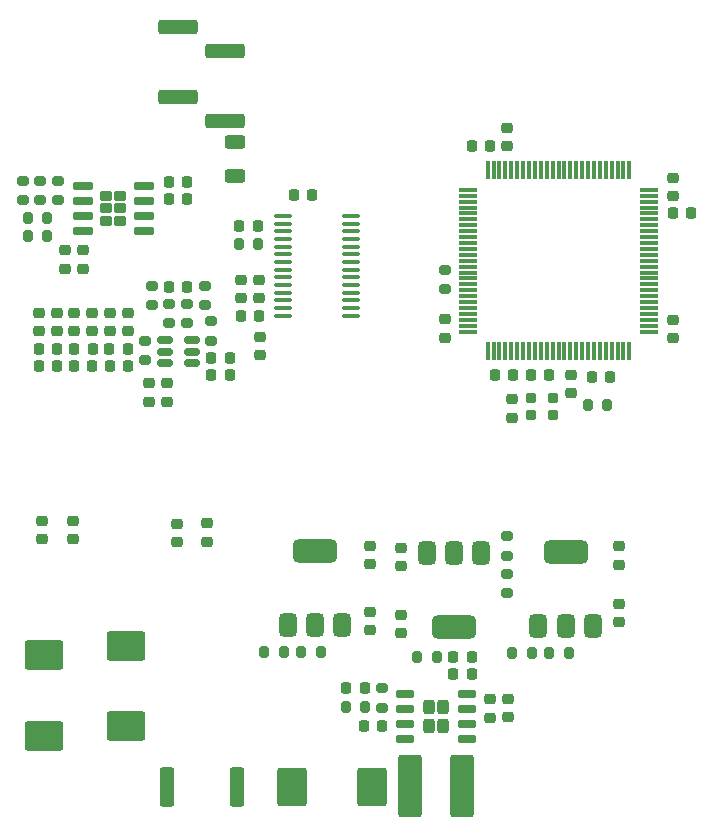
<source format=gbr>
%TF.GenerationSoftware,KiCad,Pcbnew,9.0.0-rc1-459-gb92bef8eee*%
%TF.CreationDate,2025-02-18T20:32:15+01:00*%
%TF.ProjectId,AWG101,41574731-3031-42e6-9b69-6361645f7063,rev?*%
%TF.SameCoordinates,Original*%
%TF.FileFunction,Paste,Top*%
%TF.FilePolarity,Positive*%
%FSLAX46Y46*%
G04 Gerber Fmt 4.6, Leading zero omitted, Abs format (unit mm)*
G04 Created by KiCad (PCBNEW 9.0.0-rc1-459-gb92bef8eee) date 2025-02-18 20:32:15*
%MOMM*%
%LPD*%
G01*
G04 APERTURE LIST*
G04 Aperture macros list*
%AMRoundRect*
0 Rectangle with rounded corners*
0 $1 Rounding radius*
0 $2 $3 $4 $5 $6 $7 $8 $9 X,Y pos of 4 corners*
0 Add a 4 corners polygon primitive as box body*
4,1,4,$2,$3,$4,$5,$6,$7,$8,$9,$2,$3,0*
0 Add four circle primitives for the rounded corners*
1,1,$1+$1,$2,$3*
1,1,$1+$1,$4,$5*
1,1,$1+$1,$6,$7*
1,1,$1+$1,$8,$9*
0 Add four rect primitives between the rounded corners*
20,1,$1+$1,$2,$3,$4,$5,0*
20,1,$1+$1,$4,$5,$6,$7,0*
20,1,$1+$1,$6,$7,$8,$9,0*
20,1,$1+$1,$8,$9,$2,$3,0*%
G04 Aperture macros list end*
%ADD10RoundRect,0.200000X0.200000X0.275000X-0.200000X0.275000X-0.200000X-0.275000X0.200000X-0.275000X0*%
%ADD11RoundRect,0.100000X0.637500X0.100000X-0.637500X0.100000X-0.637500X-0.100000X0.637500X-0.100000X0*%
%ADD12RoundRect,0.150000X-0.737500X-0.150000X0.737500X-0.150000X0.737500X0.150000X-0.737500X0.150000X0*%
%ADD13RoundRect,0.222500X-0.297500X-0.222500X0.297500X-0.222500X0.297500X0.222500X-0.297500X0.222500X0*%
%ADD14RoundRect,0.150000X0.650000X0.150000X-0.650000X0.150000X-0.650000X-0.150000X0.650000X-0.150000X0*%
%ADD15RoundRect,0.242500X0.242500X0.382500X-0.242500X0.382500X-0.242500X-0.382500X0.242500X-0.382500X0*%
%ADD16RoundRect,0.250000X-0.625000X0.312500X-0.625000X-0.312500X0.625000X-0.312500X0.625000X0.312500X0*%
%ADD17RoundRect,0.200000X-0.275000X0.200000X-0.275000X-0.200000X0.275000X-0.200000X0.275000X0.200000X0*%
%ADD18RoundRect,0.250000X-1.425000X0.362500X-1.425000X-0.362500X1.425000X-0.362500X1.425000X0.362500X0*%
%ADD19RoundRect,0.225000X-0.225000X-0.250000X0.225000X-0.250000X0.225000X0.250000X-0.225000X0.250000X0*%
%ADD20RoundRect,0.225000X-0.250000X0.225000X-0.250000X-0.225000X0.250000X-0.225000X0.250000X0.225000X0*%
%ADD21RoundRect,0.225000X0.250000X-0.225000X0.250000X0.225000X-0.250000X0.225000X-0.250000X-0.225000X0*%
%ADD22RoundRect,0.225000X0.225000X0.250000X-0.225000X0.250000X-0.225000X-0.250000X0.225000X-0.250000X0*%
%ADD23RoundRect,0.218750X0.218750X0.256250X-0.218750X0.256250X-0.218750X-0.256250X0.218750X-0.256250X0*%
%ADD24RoundRect,0.200000X-0.200000X-0.275000X0.200000X-0.275000X0.200000X0.275000X-0.200000X0.275000X0*%
%ADD25RoundRect,0.250000X1.000000X-1.400000X1.000000X1.400000X-1.000000X1.400000X-1.000000X-1.400000X0*%
%ADD26RoundRect,0.200000X0.275000X-0.200000X0.275000X0.200000X-0.275000X0.200000X-0.275000X-0.200000X0*%
%ADD27RoundRect,0.250000X0.362500X1.425000X-0.362500X1.425000X-0.362500X-1.425000X0.362500X-1.425000X0*%
%ADD28RoundRect,0.250000X-1.400000X-1.000000X1.400000X-1.000000X1.400000X1.000000X-1.400000X1.000000X0*%
%ADD29RoundRect,0.200000X0.250000X-0.200000X0.250000X0.200000X-0.250000X0.200000X-0.250000X-0.200000X0*%
%ADD30RoundRect,0.375000X-0.375000X0.625000X-0.375000X-0.625000X0.375000X-0.625000X0.375000X0.625000X0*%
%ADD31RoundRect,0.500000X-1.400000X0.500000X-1.400000X-0.500000X1.400000X-0.500000X1.400000X0.500000X0*%
%ADD32RoundRect,0.250000X1.400000X1.000000X-1.400000X1.000000X-1.400000X-1.000000X1.400000X-1.000000X0*%
%ADD33RoundRect,0.150000X0.512500X0.150000X-0.512500X0.150000X-0.512500X-0.150000X0.512500X-0.150000X0*%
%ADD34RoundRect,0.375000X0.375000X-0.625000X0.375000X0.625000X-0.375000X0.625000X-0.375000X-0.625000X0*%
%ADD35RoundRect,0.500000X1.400000X-0.500000X1.400000X0.500000X-1.400000X0.500000X-1.400000X-0.500000X0*%
%ADD36RoundRect,0.250000X1.425000X-0.362500X1.425000X0.362500X-1.425000X0.362500X-1.425000X-0.362500X0*%
%ADD37RoundRect,0.307500X-0.717500X2.342500X-0.717500X-2.342500X0.717500X-2.342500X0.717500X2.342500X0*%
%ADD38RoundRect,0.218750X-0.218750X-0.256250X0.218750X-0.256250X0.218750X0.256250X-0.218750X0.256250X0*%
%ADD39RoundRect,0.075000X0.075000X-0.725000X0.075000X0.725000X-0.075000X0.725000X-0.075000X-0.725000X0*%
%ADD40RoundRect,0.075000X0.725000X-0.075000X0.725000X0.075000X-0.725000X0.075000X-0.725000X-0.075000X0*%
G04 APERTURE END LIST*
D10*
%TO.C,R7*%
X81325000Y-130000000D03*
X79675000Y-130000000D03*
%TD*%
D11*
%TO.C,U3*%
X53875000Y-122450000D03*
X53875000Y-121800000D03*
X53875000Y-121150000D03*
X53875000Y-120500000D03*
X53875000Y-119850000D03*
X53875000Y-119200000D03*
X53875000Y-118550000D03*
X53875000Y-117900000D03*
X53875000Y-117250000D03*
X53875000Y-116600000D03*
X53875000Y-115950000D03*
X53875000Y-115300000D03*
X53875000Y-114650000D03*
X53875000Y-114000000D03*
X59600000Y-114000000D03*
X59600000Y-114650000D03*
X59600000Y-115300000D03*
X59600000Y-115950000D03*
X59600000Y-116600000D03*
X59600000Y-117250000D03*
X59600000Y-117900000D03*
X59600000Y-118550000D03*
X59600000Y-119200000D03*
X59600000Y-119850000D03*
X59600000Y-120500000D03*
X59600000Y-121150000D03*
X59600000Y-121800000D03*
X59600000Y-122450000D03*
%TD*%
D12*
%TO.C,U5*%
X42062501Y-111465000D03*
X42062500Y-112735000D03*
X42062500Y-114005000D03*
X42062501Y-115275000D03*
X36937499Y-115275000D03*
X36937500Y-114005000D03*
X36937500Y-112735000D03*
X36937499Y-111465000D03*
D13*
X40100000Y-114400000D03*
X40100000Y-113370000D03*
X40100000Y-112340000D03*
X38900000Y-114400000D03*
X38900000Y-113370000D03*
X38900000Y-112340000D03*
%TD*%
D14*
%TO.C,U11*%
X64180800Y-158292799D03*
X64180800Y-157022800D03*
X64180800Y-155752800D03*
X64180800Y-154482801D03*
X69480800Y-154482801D03*
X69480800Y-155752800D03*
X69480800Y-157022800D03*
X69480800Y-158292799D03*
D15*
X66230800Y-155612800D03*
X66230800Y-157162800D03*
X67430800Y-155612800D03*
X67430800Y-157162800D03*
%TD*%
D16*
%TO.C,R46*%
X49800000Y-107737500D03*
X49800000Y-110662500D03*
%TD*%
D17*
%TO.C,R17*%
X47750000Y-122925000D03*
X47750000Y-124575000D03*
%TD*%
D18*
%TO.C,R21*%
X49000000Y-100037500D03*
X49000000Y-105962500D03*
%TD*%
D19*
%TO.C,C9*%
X86875000Y-113750000D03*
X88425000Y-113750000D03*
%TD*%
D20*
%TO.C,C15*%
X73300000Y-129550000D03*
X73300000Y-131100000D03*
%TD*%
%TO.C,C7*%
X82300000Y-141975000D03*
X82300000Y-143525000D03*
%TD*%
D10*
%TO.C,R27*%
X66875000Y-151350000D03*
X65225000Y-151350000D03*
%TD*%
D20*
%TO.C,C1*%
X51950000Y-124250000D03*
X51950000Y-125800000D03*
%TD*%
D21*
%TO.C,C28*%
X33212500Y-123775000D03*
X33212500Y-122225000D03*
%TD*%
D22*
%TO.C,C27*%
X34737500Y-125250000D03*
X33187500Y-125250000D03*
%TD*%
D23*
%TO.C,L1*%
X40750001Y-125250000D03*
X39174999Y-125250000D03*
%TD*%
D20*
%TO.C,C48*%
X63849999Y-142125000D03*
X63849999Y-143675000D03*
%TD*%
D21*
%TO.C,C26*%
X34712500Y-123775000D03*
X34712500Y-122225000D03*
%TD*%
D24*
%TO.C,R28*%
X59175000Y-155600000D03*
X60825000Y-155600000D03*
%TD*%
D20*
%TO.C,C13*%
X86900000Y-110775000D03*
X86900000Y-112325000D03*
%TD*%
D23*
%TO.C,L2*%
X37750000Y-125250000D03*
X36174998Y-125250000D03*
%TD*%
D25*
%TO.C,D1*%
X54600000Y-162356800D03*
X61400000Y-162356800D03*
%TD*%
D22*
%TO.C,C22*%
X40737500Y-126750000D03*
X39187500Y-126750000D03*
%TD*%
D19*
%TO.C,C50*%
X44225000Y-112600000D03*
X45775000Y-112600000D03*
%TD*%
D20*
%TO.C,C40*%
X36900000Y-116925000D03*
X36900000Y-118475000D03*
%TD*%
%TO.C,C4*%
X50350000Y-119425000D03*
X50350000Y-120975000D03*
%TD*%
D21*
%TO.C,C21*%
X39212500Y-123775000D03*
X39212500Y-122225000D03*
%TD*%
D26*
%TO.C,R15*%
X47250000Y-121575000D03*
X47250000Y-119925000D03*
%TD*%
D10*
%TO.C,R8*%
X33925000Y-115670000D03*
X32275000Y-115670000D03*
%TD*%
D27*
%TO.C,R30*%
X49962500Y-162400000D03*
X44037500Y-162400000D03*
%TD*%
D28*
%TO.C,D2*%
X33600000Y-151200000D03*
X33600000Y-158000000D03*
%TD*%
D21*
%TO.C,C25*%
X36212500Y-123775000D03*
X36212500Y-122225000D03*
%TD*%
D22*
%TO.C,C29*%
X69836400Y-152806400D03*
X68286400Y-152806400D03*
%TD*%
D17*
%TO.C,R4*%
X72850000Y-141125000D03*
X72850000Y-142775000D03*
%TD*%
D21*
%TO.C,C20*%
X40712500Y-123775000D03*
X40712500Y-122225000D03*
%TD*%
%TO.C,C44*%
X61200000Y-149075000D03*
X61200000Y-147525000D03*
%TD*%
D20*
%TO.C,C52*%
X42550000Y-128175000D03*
X42550000Y-129725000D03*
%TD*%
D19*
%TO.C,C37*%
X59225000Y-154000000D03*
X60775000Y-154000000D03*
%TD*%
D29*
%TO.C,X1*%
X74875000Y-130850001D03*
X76725000Y-130850001D03*
X76725000Y-129400001D03*
X74875000Y-129400001D03*
%TD*%
D22*
%TO.C,C35*%
X73375000Y-127500000D03*
X71825000Y-127500000D03*
%TD*%
D30*
%TO.C,U14*%
X70650000Y-142550000D03*
X68350000Y-142550001D03*
D31*
X68350000Y-148849999D03*
D30*
X66050000Y-142550000D03*
%TD*%
D22*
%TO.C,C14*%
X76425000Y-127500000D03*
X74875000Y-127500000D03*
%TD*%
D21*
%TO.C,C42*%
X72884400Y-156463999D03*
X72884400Y-154913999D03*
%TD*%
%TO.C,C11*%
X67600000Y-124325000D03*
X67600000Y-122775000D03*
%TD*%
D20*
%TO.C,C12*%
X86850000Y-122825000D03*
X86850000Y-124375000D03*
%TD*%
D32*
%TO.C,D3*%
X40600000Y-157200000D03*
X40600000Y-150400000D03*
%TD*%
D10*
%TO.C,R44*%
X33925000Y-114170000D03*
X32275000Y-114170000D03*
%TD*%
D19*
%TO.C,C54*%
X47800000Y-126000000D03*
X49350000Y-126000000D03*
%TD*%
D20*
%TO.C,C43*%
X71360400Y-154927000D03*
X71360400Y-156477000D03*
%TD*%
D33*
%TO.C,U8*%
X46137500Y-126449999D03*
X46137500Y-125500000D03*
X46137500Y-124550001D03*
X43862500Y-124550001D03*
X43862500Y-125500000D03*
X43862500Y-126449999D03*
%TD*%
D26*
%TO.C,R36*%
X72850000Y-145975000D03*
X72850000Y-144325000D03*
%TD*%
D24*
%TO.C,R32*%
X52300000Y-150950000D03*
X53950000Y-150950000D03*
%TD*%
D26*
%TO.C,R2*%
X31825000Y-112700000D03*
X31825000Y-111050000D03*
%TD*%
D34*
%TO.C,U9*%
X75500000Y-148750000D03*
X77800000Y-148749999D03*
D35*
X77800000Y-142450001D03*
D34*
X80100000Y-148750000D03*
%TD*%
D26*
%TO.C,R16*%
X45750000Y-123075000D03*
X45750000Y-121425000D03*
%TD*%
D36*
%TO.C,R22*%
X45000000Y-103962500D03*
X45000000Y-98037500D03*
%TD*%
D21*
%TO.C,C8*%
X72850000Y-108125000D03*
X72850000Y-106575000D03*
%TD*%
D20*
%TO.C,C38*%
X44860000Y-140050000D03*
X44860000Y-141600000D03*
%TD*%
%TO.C,C45*%
X61200000Y-141925000D03*
X61200000Y-143475000D03*
%TD*%
D24*
%TO.C,R9*%
X50125000Y-116400000D03*
X51775000Y-116400000D03*
%TD*%
D20*
%TO.C,C19*%
X47460000Y-140025000D03*
X47460000Y-141575000D03*
%TD*%
D10*
%TO.C,R31*%
X57050000Y-150900000D03*
X55400000Y-150900000D03*
%TD*%
D34*
%TO.C,U12*%
X54300000Y-148650000D03*
X56600000Y-148649999D03*
D35*
X56600000Y-142350001D03*
D34*
X58900000Y-148650000D03*
%TD*%
D20*
%TO.C,C39*%
X35400000Y-116925000D03*
X35400000Y-118475000D03*
%TD*%
D17*
%TO.C,R45*%
X34800000Y-111045000D03*
X34800000Y-112695000D03*
%TD*%
D22*
%TO.C,C31*%
X62280200Y-157226000D03*
X60730200Y-157226000D03*
%TD*%
D21*
%TO.C,C6*%
X82325000Y-148375000D03*
X82325000Y-146825000D03*
%TD*%
D22*
%TO.C,C24*%
X37737500Y-126750000D03*
X36187500Y-126750000D03*
%TD*%
D19*
%TO.C,C51*%
X44225000Y-111100000D03*
X45775000Y-111100000D03*
%TD*%
D21*
%TO.C,C49*%
X63850000Y-149325000D03*
X63850000Y-147775000D03*
%TD*%
D22*
%TO.C,C33*%
X51725000Y-114900000D03*
X50175000Y-114900000D03*
%TD*%
D26*
%TO.C,R14*%
X42750000Y-121575000D03*
X42750000Y-119925000D03*
%TD*%
D20*
%TO.C,C36*%
X78250000Y-127475000D03*
X78250000Y-129025000D03*
%TD*%
D10*
%TO.C,R5*%
X78048700Y-151043000D03*
X76398700Y-151043000D03*
%TD*%
D26*
%TO.C,R29*%
X62267199Y-155663400D03*
X62267199Y-154013400D03*
%TD*%
D22*
%TO.C,C2*%
X51875000Y-122500000D03*
X50325000Y-122500000D03*
%TD*%
D37*
%TO.C,L4*%
X69039200Y-162255200D03*
X64589200Y-162255200D03*
%TD*%
D26*
%TO.C,R11*%
X67550000Y-120225000D03*
X67550000Y-118575000D03*
%TD*%
D23*
%TO.C,L3*%
X34750001Y-126750000D03*
X33174999Y-126750000D03*
%TD*%
D26*
%TO.C,R43*%
X33300000Y-112695000D03*
X33300000Y-111045000D03*
%TD*%
D21*
%TO.C,C23*%
X37712500Y-123775000D03*
X37712500Y-122225000D03*
%TD*%
D22*
%TO.C,C30*%
X69836400Y-151333200D03*
X68286400Y-151333200D03*
%TD*%
D38*
%TO.C,FB3*%
X54774998Y-112225000D03*
X56350000Y-112225000D03*
%TD*%
D20*
%TO.C,C47*%
X33460000Y-139850000D03*
X33460000Y-141400000D03*
%TD*%
%TO.C,C46*%
X36060000Y-139850000D03*
X36060000Y-141400000D03*
%TD*%
D19*
%TO.C,C55*%
X47800000Y-127475000D03*
X49350000Y-127475000D03*
%TD*%
D20*
%TO.C,C53*%
X44050000Y-128175000D03*
X44050000Y-129725000D03*
%TD*%
D39*
%TO.C,U6*%
X71200000Y-125475000D03*
X71700000Y-125475000D03*
X72200001Y-125475000D03*
X72700000Y-125475000D03*
X73199999Y-125475000D03*
X73700000Y-125475000D03*
X74200000Y-125475000D03*
X74700001Y-125475000D03*
X75200000Y-125475000D03*
X75700000Y-125475000D03*
X76200000Y-125475000D03*
X76700000Y-125475000D03*
X77200000Y-125475001D03*
X77700000Y-125475000D03*
X78200000Y-125475000D03*
X78700000Y-125475000D03*
X79200000Y-125475000D03*
X79699999Y-125475000D03*
X80200000Y-125475000D03*
X80700000Y-125475000D03*
X81200001Y-125475000D03*
X81700000Y-125475000D03*
X82199999Y-125475000D03*
X82700000Y-125475000D03*
X83200000Y-125475000D03*
D40*
X84875000Y-123800000D03*
X84875000Y-123300000D03*
X84875000Y-122799999D03*
X84875000Y-122300000D03*
X84875000Y-121800001D03*
X84875000Y-121300000D03*
X84875000Y-120800000D03*
X84875000Y-120299999D03*
X84875000Y-119800000D03*
X84875000Y-119300000D03*
X84875000Y-118800000D03*
X84875000Y-118300000D03*
X84875001Y-117800000D03*
X84875000Y-117300000D03*
X84875000Y-116800000D03*
X84875000Y-116300000D03*
X84875000Y-115800000D03*
X84875000Y-115300001D03*
X84875000Y-114800000D03*
X84875000Y-114300000D03*
X84875000Y-113799999D03*
X84875000Y-113300000D03*
X84875000Y-112800001D03*
X84875000Y-112300000D03*
X84875000Y-111800000D03*
D39*
X83200000Y-110125000D03*
X82700000Y-110125000D03*
X82199999Y-110125000D03*
X81700000Y-110125000D03*
X81200001Y-110125000D03*
X80700000Y-110125000D03*
X80200000Y-110125000D03*
X79699999Y-110125000D03*
X79200000Y-110125000D03*
X78700000Y-110125000D03*
X78200000Y-110125000D03*
X77700000Y-110125000D03*
X77200000Y-110124999D03*
X76700000Y-110125000D03*
X76200000Y-110125000D03*
X75700000Y-110125000D03*
X75200000Y-110125000D03*
X74700001Y-110125000D03*
X74200000Y-110125000D03*
X73700000Y-110125000D03*
X73199999Y-110125000D03*
X72700000Y-110125000D03*
X72200001Y-110125000D03*
X71700000Y-110125000D03*
X71200000Y-110125000D03*
D40*
X69525000Y-111800000D03*
X69525000Y-112300000D03*
X69525000Y-112800001D03*
X69525000Y-113300000D03*
X69525000Y-113799999D03*
X69525000Y-114300000D03*
X69525000Y-114800000D03*
X69525000Y-115300001D03*
X69525000Y-115800000D03*
X69525000Y-116300000D03*
X69525000Y-116800000D03*
X69525000Y-117300000D03*
X69524999Y-117800000D03*
X69525000Y-118300000D03*
X69525000Y-118800000D03*
X69525000Y-119300000D03*
X69525000Y-119800000D03*
X69525000Y-120299999D03*
X69525000Y-120800000D03*
X69525000Y-121300000D03*
X69525000Y-121800001D03*
X69525000Y-122300000D03*
X69525000Y-122799999D03*
X69525000Y-123300000D03*
X69525000Y-123800000D03*
%TD*%
D19*
%TO.C,C34*%
X44225000Y-120000000D03*
X45775000Y-120000000D03*
%TD*%
%TO.C,C10*%
X69850000Y-108125000D03*
X71400000Y-108125000D03*
%TD*%
D26*
%TO.C,R18*%
X44250000Y-123075000D03*
X44250000Y-121425000D03*
%TD*%
%TO.C,R19*%
X42200000Y-126225000D03*
X42200000Y-124575000D03*
%TD*%
D20*
%TO.C,C3*%
X51850000Y-119425000D03*
X51850000Y-120975000D03*
%TD*%
D24*
%TO.C,R6*%
X73298700Y-151043000D03*
X74948700Y-151043000D03*
%TD*%
D22*
%TO.C,C5*%
X81550000Y-127675000D03*
X80000000Y-127675000D03*
%TD*%
M02*

</source>
